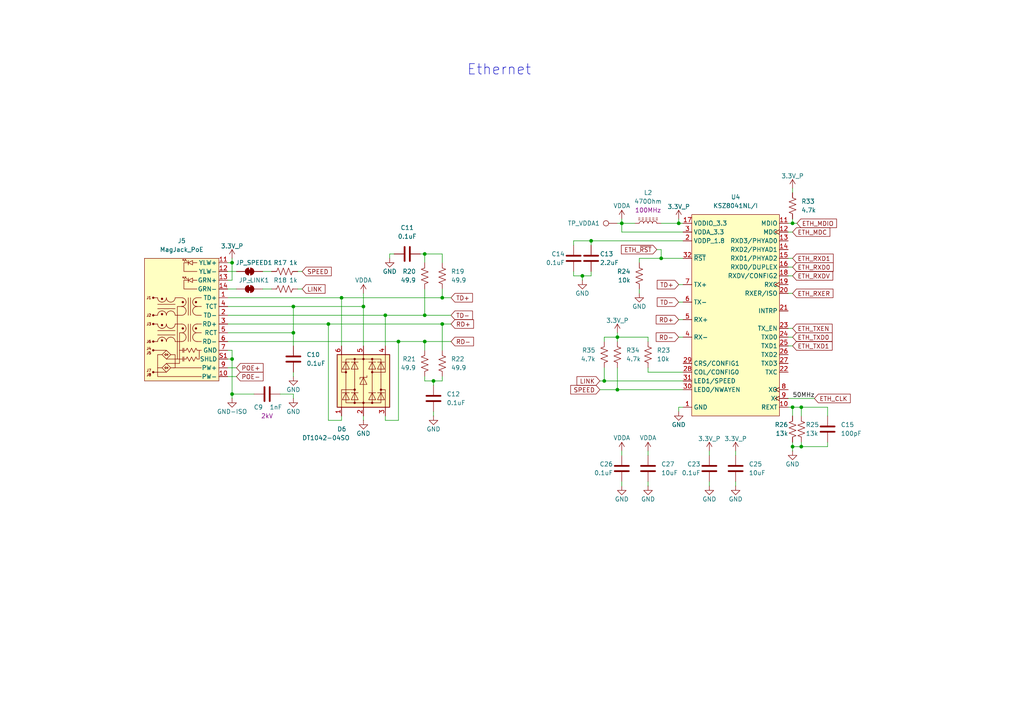
<source format=kicad_sch>
(kicad_sch (version 20231120) (generator "eeschema") (generator_version "8.0")
  (paper "A4")
  (lib_symbols
    (symbol "SparkFun-Capacitor:0.1uF_0603_25V_20%" (pin_numbers hide) (pin_names (offset 0.254))
      (property "Reference" "C" (at 0.635 2.54 0))
      (property "Value" "0.1uF" (at 0.635 -2.54 0))
      (property "Voltage" "25V" (at 0 -6.35 0))
      (property "Tolerance" "20%" (at 0 -8.89 0))
      (symbol "0.1uF_0603_25V_20%_1_1"
        (pin passive line (at 0 3.81 270) (length 2.794) (name "~") (number "1"))
        (pin passive line (at 0 -3.81 90) (length 2.794) (name "~") (number "2"))
      )
    )
    (symbol "SparkFun-Capacitor:100pF_0603_50V_10%" (pin_numbers hide) (pin_names (offset 0.254))
      (property "Reference" "C" (at 0.635 2.54 0))
      (property "Value" "100pF" (at 0.635 -2.54 0))
      (property "Voltage" "50V" (at 0 -6.35 0))
      (property "Tolerance" "10%" (at 0 -8.89 0))
      (symbol "100pF_0603_50V_10%_1_1"
        (pin passive line (at 0 3.81 270) (length 2.794) (name "~") (number "1"))
        (pin passive line (at 0 -3.81 90) (length 2.794) (name "~") (number "2"))
      )
    )
    (symbol "SparkFun-Capacitor:10uF_0603_10V_20%" (pin_numbers hide) (pin_names (offset 0.254))
      (property "Reference" "C" (at 0.635 2.54 0))
      (property "Value" "10uF" (at 0.635 -2.54 0))
      (property "Voltage" "10V" (at 0 -6.35 0))
      (property "Tolerance" "20%" (at 0 -8.89 0))
      (symbol "10uF_0603_10V_20%_1_1"
        (pin passive line (at 0 3.81 270) (length 2.794) (name "~") (number "1"))
        (pin passive line (at 0 -3.81 90) (length 2.794) (name "~") (number "2"))
      )
    )
    (symbol "SparkFun-Capacitor:1nF_1206V_2kV_10%" (pin_numbers hide) (pin_names (offset 0.254))
      (property "Reference" "C" (at 0.635 2.54 0))
      (property "Value" "1nF" (at 0.635 -2.54 0))
      (property "Voltage" "2kV" (at 0 -6.35 0))
      (property "Tolerance" "10%" (at 0 -8.89 0))
      (symbol "1nF_1206V_2kV_10%_1_1"
        (pin passive line (at 0 3.81 270) (length 2.794) (name "~") (number "1"))
        (pin passive line (at 0 -3.81 90) (length 2.794) (name "~") (number "2"))
      )
    )
    (symbol "SparkFun-Capacitor:2.2uF_0603_10V_20%" (pin_numbers hide) (pin_names (offset 0.254))
      (property "Reference" "C" (at 0.635 2.54 0))
      (property "Value" "2.2uF" (at 0.635 -2.54 0))
      (property "Voltage" "10V" (at 0 -6.35 0))
      (property "Tolerance" "20%" (at 0 -8.89 0))
      (symbol "2.2uF_0603_10V_20%_1_1"
        (pin passive line (at 0 3.81 270) (length 2.794) (name "~") (number "1"))
        (pin passive line (at 0 -3.81 90) (length 2.794) (name "~") (number "2"))
      )
    )
    (symbol "SparkFun-Coil:470Ohm_0603_1.0A" (pin_numbers hide) (pin_names (offset 1.016) hide)
      (property "Reference" "L" (at 0 2.54 0))
      (property "Value" "470Ohm" (at 0 -1.27 0))
      (property "Frequency" "100MHz" (at 0 -3.81 0))
      (symbol "470Ohm_0603_1.0A_1_1"
        (pin passive line (at -3.81 0 0) (length 1.27) (name "1") (number "1"))
        (pin passive line (at 3.81 0 180) (length 1.27) (name "2") (number "2"))
      )
    )
    (symbol "SparkFun-Connector:MagJack_PoE_RJ45"
      (property "Reference" "J" (at -11.176 20.066 0))
      (property "Value" "MagJack_PoE" (at 0 -17.78 0))
      (symbol "MagJack_PoE_RJ45_1_0"
        (pin passive line (at 12.7 7.62 180) (length 2.54) (name "TD+") (number "1"))
        (pin power_out line (at 12.7 -15.24 180) (length 2.54) (name "PW-") (number "10"))
        (pin passive line (at 12.7 15.24 180) (length 2.54) (name "YLW-") (number "12"))
        (pin passive line (at 12.7 12.7 180) (length 2.54) (name "GRN+") (number "13"))
        (pin passive line (at 12.7 10.16 180) (length 2.54) (name "GRN-") (number "14"))
        (pin passive line (at 12.7 2.54 180) (length 2.54) (name "TD-") (number "2"))
        (pin passive line (at 12.7 0 180) (length 2.54) (name "RD+") (number "3"))
        (pin passive line (at 12.7 5.08 180) (length 2.54) (name "TCT") (number "4"))
        (pin passive line (at 12.7 -2.54 180) (length 2.54) (name "RCT") (number "5"))
        (pin passive line (at 12.7 -5.08 180) (length 2.54) (name "RD-") (number "6"))
        (pin passive line (at 12.7 -7.62 180) (length 2.54) (name "GND") (number "7"))
        (pin power_out line (at 12.7 -12.7 180) (length 2.54) (name "PW+") (number "9"))
        (pin passive line (at 12.7 -10.16 180) (length 2.54) (name "SHLD") (number "S1"))
        (pin passive line (at 12.7 -10.16 180) (length 2.54) hide (name "SHLD") (number "S2"))
      )
      (symbol "MagJack_PoE_RJ45_1_1"
        (text "J1" (at -10.16 7.62 0) (effects (font (size 0.762 0.762))))
        (text "J2" (at -10.16 2.54 0) (effects (font (size 0.762 0.762))))
        (text "J3" (at -10.16 0 0) (effects (font (size 0.762 0.762))))
        (text "J4" (at -10.16 -7.112 0) (effects (font (size 0.762 0.762))))
        (text "J5" (at -10.16 -8.382 0) (effects (font (size 0.762 0.762))))
        (text "J6" (at -10.16 -5.08 0) (effects (font (size 0.762 0.762))))
        (text "J7" (at -10.16 -13.462 0) (effects (font (size 0.762 0.762))))
        (text "J8" (at -10.16 -14.732 0) (effects (font (size 0.762 0.762))))
        (pin passive line (at 12.7 17.78 180) (length 2.54) (name "YLW+") (number "11"))
      )
    )
    (symbol "SparkFun-Connector:TestPoint_PTH" (pin_numbers hide) (pin_names (offset 0.762) hide)
      (property "Reference" "TP" (at 0 5.08 0))
      (symbol "TestPoint_PTH_1_1"
        (pin passive line (at 0 0 90) (length 2.54) (name "1") (number "1"))
      )
    )
    (symbol "SparkFun-DiscreteSemi:D_TVS_ESD_USB" (pin_names hide)
      (property "Reference" "D" (at -8.636 -2.794 90))
      (property "Value" "DT1042-04SO" (at 9.398 -8.382 90))
      (symbol "D_TVS_ESD_USB_1_1"
        (pin passive line (at -6.35 -11.43 90) (length 2.54) (name "I/O1") (number "1"))
        (pin passive line (at 0 -11.43 90) (length 2.54) (name "GND") (number "2"))
        (pin passive line (at 6.35 -11.43 90) (length 2.54) (name "I/O2") (number "3"))
        (pin passive line (at 6.35 8.89 270) (length 2.54) (name "I/O3") (number "4"))
        (pin passive line (at 0 8.89 270) (length 2.54) (name "VCC") (number "5"))
        (pin passive line (at -6.35 8.89 270) (length 2.54) (name "I/O4") (number "6"))
      )
    )
    (symbol "SparkFun-IC-Comm:KSZ8041NLI"
      (property "Reference" "U" (at -12.192 29.464 0))
      (property "Value" "KSZ8041NL/I" (at 0 -31.75 0))
      (symbol "KSZ8041NLI_1_1"
        (pin power_in line (at -15.24 -27.94 0) (length 2.54) (name "GND") (number "1"))
        (pin input line (at 15.24 -27.94 180) (length 2.54) (name "REXT") (number "10"))
        (pin bidirectional line (at 15.24 25.4 180) (length 2.54) (name "MDIO") (number "11"))
        (pin input clock (at 15.24 22.86 180) (length 2.54) (name "MDC") (number "12"))
        (pin bidirectional line (at 15.24 20.32 180) (length 2.54) (name "RXD3/PHYAD0") (number "13"))
        (pin bidirectional line (at 15.24 17.78 180) (length 2.54) (name "RXD2/PHYAD1") (number "14"))
        (pin bidirectional line (at 15.24 15.24 180) (length 2.54) (name "RXD1/PHYAD2") (number "15"))
        (pin bidirectional line (at 15.24 12.7 180) (length 2.54) (name "RXD0/DUPLEX") (number "16"))
        (pin power_in line (at -15.24 25.4 0) (length 2.54) (name "VDDIO_3.3") (number "17"))
        (pin bidirectional line (at 15.24 10.16 180) (length 2.54) (name "RXDV/CONFIG2") (number "18"))
        (pin output clock (at 15.24 7.62 180) (length 2.54) (name "RXC") (number "19"))
        (pin power_in line (at -15.24 20.32 0) (length 2.54) (name "VDDP_1.8") (number "2"))
        (pin bidirectional line (at 15.24 5.08 180) (length 2.54) (name "RXER/ISO") (number "20"))
        (pin output line (at 15.24 0 180) (length 2.54) (name "INTRP") (number "21"))
        (pin output line (at 15.24 -17.78 180) (length 2.54) (name "TXC") (number "22"))
        (pin input line (at 15.24 -5.08 180) (length 2.54) (name "TX_EN") (number "23"))
        (pin input line (at 15.24 -7.62 180) (length 2.54) (name "TXD0") (number "24"))
        (pin input line (at 15.24 -10.16 180) (length 2.54) (name "TXD1") (number "25"))
        (pin input line (at 15.24 -12.7 180) (length 2.54) (name "TXD2") (number "26"))
        (pin input line (at 15.24 -15.24 180) (length 2.54) (name "TXD3") (number "27"))
        (pin bidirectional line (at -15.24 -17.78 0) (length 2.54) (name "COL/CONFIG0") (number "28"))
        (pin bidirectional line (at -15.24 -15.24 0) (length 2.54) (name "CRS/CONFIG1") (number "29"))
        (pin power_in line (at -15.24 22.86 0) (length 2.54) (name "VDDA_3.3") (number "3"))
        (pin bidirectional line (at -15.24 -22.86 0) (length 2.54) (name "LED0/NWAYEN") (number "30"))
        (pin bidirectional line (at -15.24 -20.32 0) (length 2.54) (name "LED1/SPEED") (number "31"))
        (pin input line (at -15.24 15.24 0) (length 2.54) (name "~{RST}") (number "32"))
        (pin bidirectional line (at -15.24 -7.62 0) (length 2.54) (name "RX-") (number "4"))
        (pin bidirectional line (at -15.24 -2.54 0) (length 2.54) (name "RX+") (number "5"))
        (pin bidirectional line (at -15.24 2.54 0) (length 2.54) (name "TX-") (number "6"))
        (pin bidirectional line (at -15.24 7.62 0) (length 2.54) (name "TX+") (number "7"))
        (pin output clock (at 15.24 -22.86 180) (length 2.54) (name "XO") (number "8"))
        (pin input clock (at 15.24 -25.4 180) (length 2.54) (name "XI") (number "9"))
        (pin power_in line (at -15.24 -27.94 0) (length 2.54) hide (name "GND") (number "EP"))
      )
    )
    (symbol "SparkFun-Jumper:SolderJumper_2_Bridged" (pin_numbers hide) (pin_names (offset 0) hide)
      (property "Reference" "JP" (at 0 2.032 0))
      (property "Value" "~" (at 0 -2.54 0))
      (symbol "SolderJumper_2_Bridged_1_1"
        (pin passive line (at -3.81 0 0) (length 2.54) (name "A") (number "1"))
        (pin passive line (at 3.81 0 180) (length 2.54) (name "B") (number "2"))
      )
    )
    (symbol "SparkFun-PowerSymbol:3.3V_P" (power) (pin_names (offset 0))
      (property "Value" "3.3V_P" (at 0 3.81 0))
      (symbol "3.3V_P_1_1"
        (pin power_in line (at 0 0 90) (length 0) hide (name "3.3V_P") (number "1"))
      )
    )
    (symbol "SparkFun-PowerSymbol:VDDA" (power) (pin_names (offset 0))
      (property "Value" "VDDA" (at 0 3.81 0))
      (symbol "VDDA_1_1"
        (pin power_in line (at 0 0 90) (length 0) hide (name "VDDA") (number "1"))
      )
    )
    (symbol "SparkFun-Resistor:10k_0603" (pin_numbers hide) (pin_names (offset 0))
      (property "Reference" "R" (at 0 -2.54 0))
      (property "Value" "10k" (at 0 2.54 0))
      (symbol "10k_0603_1_1"
        (pin passive line (at 3.81 0 180) (length 1.27) (name "~") (number "1"))
        (pin passive line (at -3.81 0 0) (length 1.27) (name "~") (number "2"))
      )
    )
    (symbol "SparkFun-Resistor:13k_0603" (pin_numbers hide) (pin_names (offset 0))
      (property "Reference" "R" (at 0 -2.54 0))
      (property "Value" "13k" (at 0 2.54 0))
      (symbol "13k_0603_1_1"
        (pin passive line (at 3.81 0 180) (length 1.27) (name "~") (number "1"))
        (pin passive line (at -3.81 0 0) (length 1.27) (name "~") (number "2"))
      )
    )
    (symbol "SparkFun-Resistor:1k_0603" (pin_numbers hide) (pin_names (offset 0))
      (property "Reference" "R" (at 0 -2.54 0))
      (property "Value" "1k" (at 0 2.54 0))
      (symbol "1k_0603_1_1"
        (pin passive line (at 3.81 0 180) (length 1.27) (name "~") (number "1"))
        (pin passive line (at -3.81 0 0) (length 1.27) (name "~") (number "2"))
      )
    )
    (symbol "SparkFun-Resistor:4.7k_0603" (pin_numbers hide) (pin_names (offset 0))
      (property "Reference" "R" (at 0 -2.54 0))
      (property "Value" "4.7k" (at 0 2.54 0))
      (symbol "4.7k_0603_1_1"
        (pin passive line (at 3.81 0 180) (length 1.27) (name "~") (number "1"))
        (pin passive line (at -3.81 0 0) (length 1.27) (name "~") (number "2"))
      )
    )
    (symbol "SparkFun-Resistor:49.9_0603" (pin_numbers hide) (pin_names (offset 0))
      (property "Reference" "R" (at 0 -2.54 0))
      (property "Value" "49.9" (at 0 2.54 0))
      (symbol "49.9_0603_1_1"
        (pin passive line (at 3.81 0 180) (length 1.27) (name "~") (number "1"))
        (pin passive line (at -3.81 0 0) (length 1.27) (name "~") (number "2"))
      )
    )
    (symbol "power:GND" (power) (pin_numbers hide) (pin_names (offset 0) hide)
      (property "Value" "GND" (at 0 -3.81 0))
      (symbol "GND_1_1"
        (pin power_in line (at 0 0 270) (length 0) (name "~") (number "1"))
      )
    )
  )
  (junction (at 95.25 93.98))
  (junction (at 229.87 64.77))
  (junction (at 123.19 73.66))
  (junction (at 229.87 129.54))
  (junction (at 196.85 64.77))
  (junction (at 175.26 110.49))
  (junction (at 232.41 129.54))
  (junction (at 180.34 64.77))
  (junction (at 128.27 93.98))
  (junction (at 115.57 99.06))
  (junction (at 67.31 104.14))
  (junction (at 67.31 114.3))
  (junction (at 128.27 86.36))
  (junction (at 179.07 97.79))
  (junction (at 123.19 99.06))
  (junction (at 111.76 91.44))
  (junction (at 99.06 86.36))
  (junction (at 85.09 88.9))
  (junction (at 85.09 96.52))
  (junction (at 229.87 118.11))
  (junction (at 105.41 88.9))
  (junction (at 123.19 91.44))
  (junction (at 191.77 74.93))
  (junction (at 67.31 76.2))
  (junction (at 232.41 118.11))
  (junction (at 168.91 80.01))
  (junction (at 171.45 69.85))
  (junction (at 125.73 110.49))
  (junction (at 179.07 113.03))
  (wire (pts (xy 115.57 99.06) (xy 66.04 99.06)))
  (wire (pts (xy 228.6 64.77) (xy 229.87 64.77)))
  (wire (pts (xy 191.77 64.77) (xy 196.85 64.77)))
  (wire (pts (xy 171.45 69.85) (xy 166.37 69.85)))
  (wire (pts (xy 85.09 107.95) (xy 85.09 109.22)))
  (wire (pts (xy 196.85 64.77) (xy 198.12 64.77)))
  (wire (pts (xy 66.04 101.6) (xy 67.31 101.6)))
  (wire (pts (xy 168.91 80.01) (xy 171.45 80.01)))
  (wire (pts (xy 66.04 109.22) (xy 68.58 109.22)))
  (wire (pts (xy 229.87 63.5) (xy 229.87 64.77)))
  (wire (pts (xy 95.25 93.98) (xy 66.04 93.98)))
  (wire (pts (xy 175.26 106.68) (xy 175.26 110.49)))
  (wire (pts (xy 99.06 86.36) (xy 99.06 100.33)))
  (wire (pts (xy 95.25 93.98) (xy 128.27 93.98)))
  (wire (pts (xy 123.19 83.82) (xy 123.19 91.44)))
  (wire (pts (xy 67.31 101.6) (xy 67.31 104.14)))
  (wire (pts (xy 123.19 73.66) (xy 123.19 76.2)))
  (wire (pts (xy 66.04 106.68) (xy 68.58 106.68)))
  (wire (pts (xy 228.6 67.31) (xy 229.87 67.31)))
  (wire (pts (xy 125.73 110.49) (xy 125.73 111.76)))
  (wire (pts (xy 66.04 96.52) (xy 85.09 96.52)))
  (wire (pts (xy 180.34 64.77) (xy 180.34 67.31)))
  (wire (pts (xy 179.07 64.77) (xy 180.34 64.77)))
  (wire (pts (xy 95.25 121.92) (xy 95.25 93.98)))
  (wire (pts (xy 196.85 92.71) (xy 198.12 92.71)))
  (wire (pts (xy 111.76 91.44) (xy 66.04 91.44)))
  (wire (pts (xy 99.06 86.36) (xy 128.27 86.36)))
  (wire (pts (xy 123.19 99.06) (xy 130.81 99.06)))
  (wire (pts (xy 228.6 74.93) (xy 229.87 74.93)))
  (wire (pts (xy 229.87 54.61) (xy 229.87 55.88)))
  (wire (pts (xy 187.96 139.7) (xy 187.96 140.97)))
  (wire (pts (xy 187.96 99.06) (xy 187.96 97.79)))
  (wire (pts (xy 229.87 118.11) (xy 229.87 120.65)))
  (wire (pts (xy 240.03 129.54) (xy 232.41 129.54)))
  (wire (pts (xy 173.99 110.49) (xy 175.26 110.49)))
  (wire (pts (xy 228.6 97.79) (xy 229.87 97.79)))
  (wire (pts (xy 191.77 74.93) (xy 198.12 74.93)))
  (wire (pts (xy 187.96 107.95) (xy 187.96 106.68)))
  (wire (pts (xy 179.07 106.68) (xy 179.07 113.03)))
  (wire (pts (xy 228.6 115.57) (xy 236.22 115.57)))
  (wire (pts (xy 180.34 139.7) (xy 180.34 140.97)))
  (wire (pts (xy 66.04 78.74) (xy 68.58 78.74)))
  (wire (pts (xy 128.27 93.98) (xy 128.27 101.6)))
  (wire (pts (xy 171.45 69.85) (xy 171.45 71.12)))
  (wire (pts (xy 66.04 86.36) (xy 99.06 86.36)))
  (wire (pts (xy 179.07 96.52) (xy 179.07 97.79)))
  (wire (pts (xy 85.09 88.9) (xy 85.09 96.52)))
  (wire (pts (xy 67.31 104.14) (xy 67.31 114.3)))
  (wire (pts (xy 85.09 114.3) (xy 85.09 115.57)))
  (wire (pts (xy 175.26 110.49) (xy 198.12 110.49)))
  (wire (pts (xy 128.27 93.98) (xy 130.81 93.98)))
  (wire (pts (xy 213.36 130.81) (xy 213.36 132.08)))
  (wire (pts (xy 113.03 73.66) (xy 113.03 74.93)))
  (wire (pts (xy 180.34 63.5) (xy 180.34 64.77)))
  (wire (pts (xy 229.87 118.11) (xy 232.41 118.11)))
  (wire (pts (xy 115.57 121.92) (xy 115.57 99.06)))
  (wire (pts (xy 105.41 120.65) (xy 105.41 121.92)))
  (wire (pts (xy 185.42 83.82) (xy 185.42 85.09)))
  (wire (pts (xy 85.09 88.9) (xy 105.41 88.9)))
  (wire (pts (xy 99.06 120.65) (xy 99.06 121.92)))
  (wire (pts (xy 166.37 69.85) (xy 166.37 71.12)))
  (wire (pts (xy 229.87 129.54) (xy 229.87 130.81)))
  (wire (pts (xy 128.27 86.36) (xy 130.81 86.36)))
  (wire (pts (xy 111.76 91.44) (xy 123.19 91.44)))
  (wire (pts (xy 205.74 139.7) (xy 205.74 140.97)))
  (wire (pts (xy 86.36 83.82) (xy 87.63 83.82)))
  (wire (pts (xy 196.85 87.63) (xy 198.12 87.63)))
  (wire (pts (xy 228.6 100.33) (xy 229.87 100.33)))
  (wire (pts (xy 123.19 91.44) (xy 130.81 91.44)))
  (wire (pts (xy 123.19 109.22) (xy 123.19 110.49)))
  (wire (pts (xy 198.12 118.11) (xy 196.85 118.11)))
  (wire (pts (xy 66.04 81.28) (xy 67.31 81.28)))
  (wire (pts (xy 85.09 88.9) (xy 66.04 88.9)))
  (wire (pts (xy 67.31 74.93) (xy 67.31 76.2)))
  (wire (pts (xy 190.5 72.39) (xy 191.77 72.39)))
  (wire (pts (xy 213.36 139.7) (xy 213.36 140.97)))
  (wire (pts (xy 114.3 73.66) (xy 113.03 73.66)))
  (wire (pts (xy 179.07 113.03) (xy 198.12 113.03)))
  (wire (pts (xy 111.76 100.33) (xy 111.76 91.44)))
  (wire (pts (xy 111.76 121.92) (xy 115.57 121.92)))
  (wire (pts (xy 128.27 110.49) (xy 125.73 110.49)))
  (wire (pts (xy 228.6 85.09) (xy 229.87 85.09)))
  (wire (pts (xy 121.92 73.66) (xy 123.19 73.66)))
  (wire (pts (xy 240.03 128.27) (xy 240.03 129.54)))
  (wire (pts (xy 76.2 83.82) (xy 78.74 83.82)))
  (wire (pts (xy 67.31 114.3) (xy 67.31 115.57)))
  (wire (pts (xy 67.31 114.3) (xy 73.66 114.3)))
  (wire (pts (xy 198.12 107.95) (xy 187.96 107.95)))
  (wire (pts (xy 185.42 74.93) (xy 185.42 76.2)))
  (wire (pts (xy 66.04 83.82) (xy 68.58 83.82)))
  (wire (pts (xy 198.12 69.85) (xy 171.45 69.85)))
  (wire (pts (xy 228.6 118.11) (xy 229.87 118.11)))
  (wire (pts (xy 166.37 80.01) (xy 168.91 80.01)))
  (wire (pts (xy 240.03 118.11) (xy 240.03 120.65)))
  (wire (pts (xy 232.41 118.11) (xy 240.03 118.11)))
  (wire (pts (xy 196.85 63.5) (xy 196.85 64.77)))
  (wire (pts (xy 175.26 99.06) (xy 175.26 97.79)))
  (wire (pts (xy 123.19 110.49) (xy 125.73 110.49)))
  (wire (pts (xy 115.57 99.06) (xy 123.19 99.06)))
  (wire (pts (xy 76.2 78.74) (xy 78.74 78.74)))
  (wire (pts (xy 168.91 80.01) (xy 168.91 81.28)))
  (wire (pts (xy 229.87 128.27) (xy 229.87 129.54)))
  (wire (pts (xy 66.04 104.14) (xy 67.31 104.14)))
  (wire (pts (xy 125.73 119.38) (xy 125.73 120.65)))
  (wire (pts (xy 185.42 74.93) (xy 191.77 74.93)))
  (wire (pts (xy 205.74 130.81) (xy 205.74 132.08)))
  (wire (pts (xy 86.36 78.74) (xy 87.63 78.74)))
  (wire (pts (xy 99.06 121.92) (xy 95.25 121.92)))
  (wire (pts (xy 81.28 114.3) (xy 85.09 114.3)))
  (wire (pts (xy 171.45 80.01) (xy 171.45 78.74)))
  (wire (pts (xy 228.6 80.01) (xy 229.87 80.01)))
  (wire (pts (xy 180.34 130.81) (xy 180.34 132.08)))
  (wire (pts (xy 228.6 77.47) (xy 229.87 77.47)))
  (wire (pts (xy 128.27 73.66) (xy 128.27 76.2)))
  (wire (pts (xy 180.34 64.77) (xy 184.15 64.77)))
  (wire (pts (xy 123.19 73.66) (xy 128.27 73.66)))
  (wire (pts (xy 111.76 120.65) (xy 111.76 121.92)))
  (wire (pts (xy 232.41 118.11) (xy 232.41 120.65)))
  (wire (pts (xy 123.19 99.06) (xy 123.19 101.6)))
  (wire (pts (xy 105.41 88.9) (xy 105.41 100.33)))
  (wire (pts (xy 179.07 97.79) (xy 179.07 99.06)))
  (wire (pts (xy 232.41 128.27) (xy 232.41 129.54)))
  (wire (pts (xy 228.6 95.25) (xy 229.87 95.25)))
  (wire (pts (xy 187.96 130.81) (xy 187.96 132.08)))
  (wire (pts (xy 175.26 97.79) (xy 179.07 97.79)))
  (wire (pts (xy 232.41 129.54) (xy 229.87 129.54)))
  (wire (pts (xy 67.31 76.2) (xy 67.31 81.28)))
  (wire (pts (xy 128.27 109.22) (xy 128.27 110.49)))
  (wire (pts (xy 196.85 82.55) (xy 198.12 82.55)))
  (wire (pts (xy 105.41 85.09) (xy 105.41 88.9)))
  (wire (pts (xy 173.99 113.03) (xy 179.07 113.03)))
  (wire (pts (xy 85.09 96.52) (xy 85.09 100.33)))
  (wire (pts (xy 229.87 64.77) (xy 231.14 64.77)))
  (wire (pts (xy 128.27 83.82) (xy 128.27 86.36)))
  (wire (pts (xy 179.07 97.79) (xy 187.96 97.79)))
  (wire (pts (xy 166.37 78.74) (xy 166.37 80.01)))
  (wire (pts (xy 66.04 76.2) (xy 67.31 76.2)))
  (wire (pts (xy 196.85 118.11) (xy 196.85 119.38)))
  (wire (pts (xy 196.85 97.79) (xy 198.12 97.79)))
  (wire (pts (xy 191.77 72.39) (xy 191.77 74.93)))
  (wire (pts (xy 198.12 67.31) (xy 180.34 67.31)))
  (text "Ethernet" (at 144.78 20.32 0) (effects (font (size 3 3))))
  (label "50MHz" (at 229.87 115.57 0))
  (global_label "TD+" (shape input) (at 130.81 86.36 0) (property "Intersheetrefs" "${INTERSHEET_REFS}" (effects (hide yes))))
  (global_label "ETH_RXDV" (shape input) (at 229.87 80.01 0) (property "Intersheetrefs" "${INTERSHEET_REFS}" (effects (hide yes))))
  (global_label "SPEED" (shape input) (at 173.99 113.03 180) (property "Intersheetrefs" "${INTERSHEET_REFS}" (effects (hide yes))))
  (global_label "ETH_TXD1" (shape input) (at 229.87 100.33 0) (property "Intersheetrefs" "${INTERSHEET_REFS}" (effects (hide yes))))
  (global_label "RD+" (shape input) (at 130.81 93.98 0) (property "Intersheetrefs" "${INTERSHEET_REFS}" (effects (hide yes))))
  (global_label "POE+" (shape input) (at 68.58 106.68 0) (property "Intersheetrefs" "${INTERSHEET_REFS}" (effects (hide yes))))
  (global_label "ETH_RXD1" (shape input) (at 229.87 74.93 0) (property "Intersheetrefs" "${INTERSHEET_REFS}" (effects (hide yes))))
  (global_label "ETH_RXD0" (shape input) (at 229.87 77.47 0) (property "Intersheetrefs" "${INTERSHEET_REFS}" (effects (hide yes))))
  (global_label "RD-" (shape input) (at 130.81 99.06 0) (property "Intersheetrefs" "${INTERSHEET_REFS}" (effects (hide yes))))
  (global_label "ETH_CLK" (shape input) (at 236.22 115.57 0) (property "Intersheetrefs" "${INTERSHEET_REFS}" (effects (hide yes))))
  (global_label "ETH_TXD0" (shape input) (at 229.87 97.79 0) (property "Intersheetrefs" "${INTERSHEET_REFS}" (effects (hide yes))))
  (global_label "TD-" (shape input) (at 196.85 87.63 180) (property "Intersheetrefs" "${INTERSHEET_REFS}" (effects (hide yes))))
  (global_label "LINK" (shape input) (at 87.63 83.82 0) (property "Intersheetrefs" "${INTERSHEET_REFS}" (effects (hide yes))))
  (global_label "ETH_TXEN" (shape input) (at 229.87 95.25 0) (property "Intersheetrefs" "${INTERSHEET_REFS}" (effects (hide yes))))
  (global_label "RD+" (shape input) (at 196.85 92.71 180) (property "Intersheetrefs" "${INTERSHEET_REFS}" (effects (hide yes))))
  (global_label "LINK" (shape input) (at 173.99 110.49 180) (property "Intersheetrefs" "${INTERSHEET_REFS}" (effects (hide yes))))
  (global_label "ETH_MDIO" (shape input) (at 231.14 64.77 0) (property "Intersheetrefs" "${INTERSHEET_REFS}" (effects (hide yes))))
  (global_label "TD-" (shape input) (at 130.81 91.44 0) (property "Intersheetrefs" "${INTERSHEET_REFS}" (effects (hide yes))))
  (global_label "POE-" (shape input) (at 68.58 109.22 0) (property "Intersheetrefs" "${INTERSHEET_REFS}" (effects (hide yes))))
  (global_label "TD+" (shape input) (at 196.85 82.55 180) (property "Intersheetrefs" "${INTERSHEET_REFS}" (effects (hide yes))))
  (global_label "ETH_~{RST}" (shape input) (at 190.5 72.39 180) (property "Intersheetrefs" "${INTERSHEET_REFS}" (effects (hide yes))))
  (global_label "SPEED" (shape input) (at 87.63 78.74 0) (property "Intersheetrefs" "${INTERSHEET_REFS}" (effects (hide yes))))
  (global_label "ETH_RXER" (shape input) (at 229.87 85.09 0) (property "Intersheetrefs" "${INTERSHEET_REFS}" (effects (hide yes))))
  (global_label "RD-" (shape input) (at 196.85 97.79 180) (property "Intersheetrefs" "${INTERSHEET_REFS}" (effects (hide yes))))
  (global_label "ETH_MDC" (shape input) (at 229.87 67.31 0) (property "Intersheetrefs" "${INTERSHEET_REFS}" (effects (hide yes))))
  (symbol (lib_id "SparkFun-Resistor:49.9_0603") (at 123.19 105.41 270) (mirror x) (unit 1)
    (property "Reference" "R21" (at 120.65 104.1399 90) (effects (justify right)))
    (property "Value" "49.9" (at 120.65 106.6799 90) (effects (justify right)))
    (property "Footprint" "SparkFun-Resistor:R_0603_1608Metric" (effects (hide yes)))
    (property "Datasheet" "https://www.vishay.com/docs/20035/dcrcwe3.pdf" (effects (hide yes)))
    (property "Description" "Resistor" (effects (hide yes)))
    (property "PROD_ID" "RES-16237" (effects (hide yes)))
    (property "Wattage" "0.5W" (effects (hide yes)))
    (property "Tolerance" "1%" (effects (hide yes)))
  )
  (symbol (lib_id "SparkFun-Resistor:13k_0603") (at 232.41 124.46 90) (unit 1)
    (property "Reference" "R25" (at 233.68 123.19 90) (effects (justify right)))
    (property "Value" "13k" (at 233.68 125.73 90) (effects (justify right)))
    (property "Footprint" "SparkFun-Resistor:R_0603_1608Metric" (effects (hide yes)))
    (property "Datasheet" "https://www.vishay.com/docs/20035/dcrcwe3.pdf" (effects (hide yes)))
    (property "Description" "Resistor" (effects (hide yes)))
    (property "PROD_ID" "RES-14017" (effects (hide yes)))
  )
  (symbol (lib_id "SparkFun-Capacitor:0.1uF_0603_25V_20%") (at 180.34 135.89 0) (unit 1)
    (property "Reference" "C26" (at 177.8 134.62 0) (effects (justify right)))
    (property "Value" "0.1uF" (at 177.8 137.16 0) (effects (justify right)))
    (property "Footprint" "SparkFun-Capacitor:C_0603_1608Metric" (effects (hide yes)))
    (property "Datasheet" "https://cdn.sparkfun.com/assets/8/a/4/a/5/Kemet_Capacitor_Datasheet.pdf" (effects (hide yes)))
    (property "Description" "Unpolarized capacitor" (effects (hide yes)))
    (property "PROD_ID" "CAP-00810" (effects (hide yes)))
    (property "Voltage" "25V" (effects (hide yes)))
    (property "Tolerance" "20%" (effects (hide yes)))
  )
  (symbol (lib_id "SparkFun-Resistor:13k_0603") (at 229.87 124.46 270) (mirror x) (unit 1)
    (property "Reference" "R26" (at 228.6 123.19 90) (effects (justify right)))
    (property "Value" "13k" (at 228.6 125.73 90) (effects (justify right)))
    (property "Footprint" "SparkFun-Resistor:R_0603_1608Metric" (effects (hide yes)))
    (property "Datasheet" "https://www.vishay.com/docs/20035/dcrcwe3.pdf" (effects (hide yes)))
    (property "Description" "Resistor" (effects (hide yes)))
    (property "PROD_ID" "RES-14017" (effects (hide yes)))
  )
  (symbol (lib_id "SparkFun-PowerSymbol:VDDA") (at 187.96 130.81 0) (unit 1)
    (property "Reference" "#PWR086" (effects (hide yes)))
    (property "Value" "VDDA" (at 187.96 127 0))
    (property "Description" "Power symbol creates a global label with name \"VDDA\"" (effects (hide yes)))
  )
  (symbol (lib_id "SparkFun-PowerSymbol:3.3V_P") (at 213.36 130.81 0) (unit 1)
    (property "Reference" "#PWR076" (effects (hide yes)))
    (property "Value" "3.3V_P" (at 213.36 127.254 0))
    (property "Description" "Power symbol creates a global label with name \"3.3V_P\"" (effects (hide yes)))
  )
  (symbol (lib_id "power:GND") (at 185.42 85.09 0) (unit 1)
    (property "Reference" "#PWR057" (effects (hide yes)))
    (property "Value" "GND" (at 185.42 88.9 0))
    (property "Description" "Power symbol creates a global label with name \"GND\" , ground" (effects (hide yes)))
  )
  (symbol (lib_id "SparkFun-Capacitor:0.1uF_0603_25V_20%") (at 85.09 104.14 0) (unit 1)
    (property "Reference" "C10" (at 88.9 102.8699 0) (effects (justify left)))
    (property "Value" "0.1uF" (at 88.9 105.4099 0) (effects (justify left)))
    (property "Footprint" "SparkFun-Capacitor:C_0603_1608Metric" (effects (hide yes)))
    (property "Datasheet" "https://cdn.sparkfun.com/assets/8/a/4/a/5/Kemet_Capacitor_Datasheet.pdf" (effects (hide yes)))
    (property "Description" "Unpolarized capacitor" (effects (hide yes)))
    (property "PROD_ID" "CAP-00810" (effects (hide yes)))
    (property "Voltage" "25V" (effects (hide yes)))
    (property "Tolerance" "20%" (effects (hide yes)))
  )
  (symbol (lib_id "SparkFun-Connector:TestPoint_PTH") (at 179.07 64.77 90) (unit 1)
    (property "Reference" "TP_VDDA1" (at 173.99 64.7699 90) (effects (justify left)))
    (property "Value" "PTH" (effects (hide yes)))
    (property "Footprint" "SparkFun-Connector:1x01" (effects (hide yes)))
    (property "Description" "Test Point" (effects (hide yes)))
  )
  (symbol (lib_id "SparkFun-PowerSymbol:VDDA") (at 180.34 63.5 0) (unit 1)
    (property "Reference" "#PWR056" (effects (hide yes)))
    (property "Value" "VDDA" (at 180.34 59.69 0))
    (property "Description" "Power symbol creates a global label with name \"VDDA\"" (effects (hide yes)))
  )
  (symbol (lib_id "SparkFun-Capacitor:10uF_0603_10V_20%") (at 213.36 135.89 0) (unit 1)
    (property "Reference" "C25" (at 217.17 134.6199 0) (effects (justify left)))
    (property "Value" "10uF" (at 217.17 137.1599 0) (effects (justify left)))
    (property "Footprint" "SparkFun-Capacitor:C_0603_1608Metric" (effects (hide yes)))
    (property "Datasheet" "https://cdn.sparkfun.com/assets/8/a/4/a/5/Kemet_Capacitor_Datasheet.pdf" (effects (hide yes)))
    (property "Description" "Unpolarized capacitor" (effects (hide yes)))
    (property "PROD_ID" "CAP-20155" (effects (hide yes)))
    (property "Voltage" "10V" (effects (hide yes)))
    (property "Tolerance" "20%" (effects (hide yes)))
  )
  (symbol (lib_id "SparkFun-Resistor:1k_0603") (at 82.55 83.82 0) (unit 1)
    (property "Reference" "R18" (at 81.28 81.28 0))
    (property "Value" "1k" (at 85.09 81.28 0))
    (property "Footprint" "SparkFun-Resistor:R_0603_1608Metric" (effects (hide yes)))
    (property "Datasheet" "https://www.vishay.com/docs/20035/dcrcwe3.pdf" (effects (hide yes)))
    (property "Description" "Resistor" (effects (hide yes)))
    (property "PROD_ID" "RES-07856" (effects (hide yes)))
  )
  (symbol (lib_id "power:GND") (at 105.41 121.92 0) (unit 1)
    (property "Reference" "#PWR052" (effects (hide yes)))
    (property "Value" "GND" (at 105.41 125.73 0))
    (property "Description" "Power symbol creates a global label with name \"GND\" , ground" (effects (hide yes)))
  )
  (symbol (lib_id "SparkFun-Coil:470Ohm_0603_1.0A") (at 187.96 64.77 0) (unit 1)
    (property "Reference" "L2" (at 187.96 55.88 0))
    (property "Value" "470Ohm" (at 187.96 58.42 0))
    (property "Footprint" "SparkFun-Capacitor:C_0603_1608Metric" (effects (hide yes)))
    (property "Datasheet" "http://www.murata.com/en-global/api/pdfdownloadapi?cate=luNoiseSupprFilteChipFerriBead&partno=BLM18PG471SN1%23" (effects (hide yes)))
    (property "Description" "Inductor" (effects (hide yes)))
    (property "PROD_ID" "NDUC-12579" (effects (hide yes)))
    (property "Frequency" "100MHz" (at 187.96 60.96 0))
  )
  (symbol (lib_id "SparkFun-PowerSymbol:3.3V_P") (at 179.07 96.52 0) (unit 1)
    (property "Reference" "#PWR058" (effects (hide yes)))
    (property "Value" "3.3V_P" (at 179.07 92.964 0))
    (property "Description" "Power symbol creates a global label with name \"3.3V_P\"" (effects (hide yes)))
  )
  (symbol (lib_id "SparkFun-PowerSymbol:VDDA") (at 105.41 85.09 0) (unit 1)
    (property "Reference" "#PWR051" (effects (hide yes)))
    (property "Value" "VDDA" (at 105.41 81.28 0))
    (property "Description" "Power symbol creates a global label with name \"VDDA\"" (effects (hide yes)))
  )
  (symbol (lib_id "SparkFun-DiscreteSemi:D_TVS_ESD_USB") (at 105.41 109.22 0) (unit 1)
    (property "Reference" "D6" (at 97.79 124.46 0) (effects (justify left)))
    (property "Value" "DT1042-04SO" (at 87.63 127 0) (effects (justify left)))
    (property "Footprint" "SparkFun-Semiconductor-Standard:SOT23-6" (effects (hide yes)))
    (property "Datasheet" "https://www.diodes.com/assets/Datasheets/DT1042-04SO.pdf" (effects (hide yes)))
    (property "Description" "Very low capacitance ESD protection diode, 4 data-line, SOT-23-6" (effects (hide yes)))
    (property "PROD_ID" "IC-13538" (effects (hide yes)))
  )
  (symbol (lib_id "SparkFun-Capacitor:0.1uF_0603_25V_20%") (at 125.73 115.57 0) (unit 1)
    (property "Reference" "C12" (at 129.54 114.2999 0) (effects (justify left)))
    (property "Value" "0.1uF" (at 129.54 116.8399 0) (effects (justify left)))
    (property "Footprint" "SparkFun-Capacitor:C_0603_1608Metric" (effects (hide yes)))
    (property "Datasheet" "https://cdn.sparkfun.com/assets/8/a/4/a/5/Kemet_Capacitor_Datasheet.pdf" (effects (hide yes)))
    (property "Description" "Unpolarized capacitor" (effects (hide yes)))
    (property "PROD_ID" "CAP-00810" (effects (hide yes)))
    (property "Voltage" "25V" (effects (hide yes)))
    (property "Tolerance" "20%" (effects (hide yes)))
  )
  (symbol (lib_id "SparkFun-Resistor:4.7k_0603") (at 175.26 102.87 270) (mirror x) (unit 1)
    (property "Reference" "R35" (at 172.72 101.5999 90) (effects (justify right)))
    (property "Value" "4.7k" (at 172.72 104.1399 90) (effects (justify right)))
    (property "Footprint" "SparkFun-Resistor:R_0603_1608Metric" (effects (hide yes)))
    (property "Datasheet" "https://www.vishay.com/docs/20035/dcrcwe3.pdf" (effects (hide yes)))
    (property "Description" "Resistor" (effects (hide yes)))
    (property "PROD_ID" "RES-07857" (effects (hide yes)))
  )
  (symbol (lib_id "SparkFun-IC-Comm:KSZ8041NLI") (at 213.36 90.17 0) (unit 1)
    (property "Reference" "U4" (at 213.36 57.15 0))
    (property "Value" "KSZ8041NL/I" (at 213.36 59.69 0))
    (property "Footprint" "SparkFun-Semiconductor-Standard:QFN-32" (effects (hide yes)))
    (property "Datasheet" "https://ww1.microchip.com/downloads/aemDocuments/documents/UNG/ProductDocuments/DataSheets/KSZ8041NL-RNL-Data-Sheet-DS00002245.pdf" (effects (hide yes)))
    (property "Description" "The KSZ8041NL is a single supply 10BASE-T/100BASE-TX physical layer transceiver, which provides MII/RMII interfaces to transmit and receive data." (effects (hide yes)))
    (property "PROD_ID" "IC-19428" (effects (hide yes)))
  )
  (symbol (lib_id "power:GND") (at 196.85 119.38 0) (unit 1)
    (property "Reference" "#PWR047" (effects (hide yes)))
    (property "Value" "GND" (at 196.85 123.19 0))
    (property "Description" "Power symbol creates a global label with name \"GND\" , ground" (effects (hide yes)))
  )
  (symbol (lib_id "SparkFun-Resistor:49.9_0603") (at 128.27 105.41 90) (unit 1)
    (property "Reference" "R22" (at 130.81 104.1399 90) (effects (justify right)))
    (property "Value" "49.9" (at 130.81 106.6799 90) (effects (justify right)))
    (property "Footprint" "SparkFun-Resistor:R_0603_1608Metric" (effects (hide yes)))
    (property "Datasheet" "https://www.vishay.com/docs/20035/dcrcwe3.pdf" (effects (hide yes)))
    (property "Description" "Resistor" (effects (hide yes)))
    (property "PROD_ID" "RES-16237" (effects (hide yes)))
    (property "Wattage" "0.5W" (effects (hide yes)))
    (property "Tolerance" "1%" (effects (hide yes)))
  )
  (symbol (lib_id "SparkFun-Resistor:4.7k_0603") (at 179.07 102.87 90) (unit 1)
    (property "Reference" "R34" (at 181.61 101.5999 90) (effects (justify right)))
    (property "Value" "4.7k" (at 181.61 104.1399 90) (effects (justify right)))
    (property "Footprint" "SparkFun-Resistor:R_0603_1608Metric" (effects (hide yes)))
    (property "Datasheet" "https://www.vishay.com/docs/20035/dcrcwe3.pdf" (effects (hide yes)))
    (property "Description" "Resistor" (effects (hide yes)))
    (property "PROD_ID" "RES-07857" (effects (hide yes)))
  )
  (symbol (lib_id "power:GND") (at 113.03 74.93 0) (unit 1)
    (property "Reference" "#PWR054" (effects (hide yes)))
    (property "Value" "GND" (at 113.03 78.74 0))
    (property "Description" "Power symbol creates a global label with name \"GND\" , ground" (effects (hide yes)))
  )
  (symbol (lib_id "SparkFun-Capacitor:2.2uF_0603_10V_20%") (at 171.45 74.93 0) (unit 1)
    (property "Reference" "C13" (at 173.99 73.66 0) (effects (justify left)))
    (property "Value" "2.2uF" (at 173.99 76.2 0) (effects (justify left)))
    (property "Footprint" "SparkFun-Capacitor:C_0603_1608Metric" (effects (hide yes)))
    (property "Datasheet" "https://cdn.sparkfun.com/assets/8/a/4/a/5/Kemet_Capacitor_Datasheet.pdf" (effects (hide yes)))
    (property "Description" "Unpolarized capacitor" (effects (hide yes)))
    (property "PROD_ID" "CAP-07888" (effects (hide yes)))
    (property "Voltage" "10V" (effects (hide yes)))
    (property "Tolerance" "20%" (effects (hide yes)))
  )
  (symbol (lib_id "SparkFun-Capacitor:0.1uF_0603_25V_20%") (at 205.74 135.89 0) (unit 1)
    (property "Reference" "C23" (at 203.2 134.62 0) (effects (justify right)))
    (property "Value" "0.1uF" (at 203.2 137.16 0) (effects (justify right)))
    (property "Footprint" "SparkFun-Capacitor:C_0603_1608Metric" (effects (hide yes)))
    (property "Datasheet" "https://cdn.sparkfun.com/assets/8/a/4/a/5/Kemet_Capacitor_Datasheet.pdf" (effects (hide yes)))
    (property "Description" "Unpolarized capacitor" (effects (hide yes)))
    (property "PROD_ID" "CAP-00810" (effects (hide yes)))
    (property "Voltage" "25V" (effects (hide yes)))
    (property "Tolerance" "20%" (effects (hide yes)))
  )
  (symbol (lib_id "power:GND") (at 187.96 140.97 0) (unit 1)
    (property "Reference" "#PWR084" (effects (hide yes)))
    (property "Value" "GND" (at 187.96 144.78 0))
    (property "Description" "Power symbol creates a global label with name \"GND\" , ground" (effects (hide yes)))
  )
  (symbol (lib_id "SparkFun-Jumper:SolderJumper_2_Bridged") (at 72.39 83.82 0) (unit 1)
    (property "Reference" "JP_LINK1" (at 73.66 81.28 0))
    (property "Value" "~" (at 72.39 81.28 0))
    (property "Footprint" "SparkFun-Jumper:Jumper_2_NC_Trace" (effects (hide yes)))
    (property "Description" "Solder Jumper, 2-pole, closed/bridged" (effects (hide yes)))
  )
  (symbol (lib_id "SparkFun-Capacitor:100pF_0603_50V_10%") (at 240.03 124.46 0) (unit 1)
    (property "Reference" "C15" (at 243.84 123.1899 0) (effects (justify left)))
    (property "Value" "100pF" (at 243.84 125.7299 0) (effects (justify left)))
    (property "Footprint" "SparkFun-Capacitor:C_0603_1608Metric" (effects (hide yes)))
    (property "Datasheet" "https://cdn.sparkfun.com/assets/8/a/4/a/5/Kemet_Capacitor_Datasheet.pdf" (effects (hide yes)))
    (property "Description" "Unpolarized capacitor" (effects (hide yes)))
    (property "PROD_ID" "CAP-07883" (effects (hide yes)))
    (property "Voltage" "50V" (effects (hide yes)))
    (property "Tolerance" "10%" (effects (hide yes)))
  )
  (symbol (lib_id "SparkFun-Capacitor:1nF_1206V_2kV_10%") (at 77.47 114.3 90) (mirror x) (unit 1)
    (property "Reference" "C9" (at 74.93 118.11 90))
    (property "Value" "1nF" (at 80.01 118.11 90))
    (property "Footprint" "SparkFun-Capacitor:C_1206_3216Metric" (effects (hide yes)))
    (property "Datasheet" "https://www.johansondielectrics.com/downloads/catalog/johanson-dielectrics-product-catalog.pdf" (effects (hide yes)))
    (property "Description" "Unpolarized capacitor" (effects (hide yes)))
    (property "PROD_ID" "CAP-16238" (effects (hide yes)))
    (property "Voltage" "2kV" (at 77.47 120.65 90))
    (property "Tolerance" "10%" (effects (hide yes)))
    (property "Temperature Coefficient" "X7R" (effects (hide yes)))
  )
  (symbol (lib_id "SparkFun-Resistor:1k_0603") (at 82.55 78.74 0) (unit 1)
    (property "Reference" "R17" (at 81.28 76.2 0))
    (property "Value" "1k" (at 85.09 76.2 0))
    (property "Footprint" "SparkFun-Resistor:R_0603_1608Metric" (effects (hide yes)))
    (property "Datasheet" "https://www.vishay.com/docs/20035/dcrcwe3.pdf" (effects (hide yes)))
    (property "Description" "Resistor" (effects (hide yes)))
    (property "PROD_ID" "RES-07856" (effects (hide yes)))
  )
  (symbol (lib_id "SparkFun-Connector:MagJack_PoE_RJ45") (at 53.34 93.98 0) (unit 1)
    (property "Reference" "J5" (at 52.705 69.85 0))
    (property "Value" "MagJack_PoE" (at 52.705 72.39 0))
    (property "Footprint" "SparkFun-Connector:MagJack_PoE_RJ45" (effects (hide yes)))
    (property "Datasheet" "https://cdn.sparkfun.com/assets/b/f/e/c/e/LPJ0284GDNL.pdf" (effects (hide yes)))
    (property "Description" "Ethernet RJ45 with magnetics and Power-over-Ethernet" (effects (hide yes)))
    (property "PROD_ID" "CONN-16253" (effects (hide yes)))
  )
  (symbol (lib_id "SparkFun-Capacitor:0.1uF_0603_25V_20%") (at 166.37 74.93 0) (unit 1)
    (property "Reference" "C14" (at 163.83 73.66 0) (effects (justify right)))
    (property "Value" "0.1uF" (at 163.83 76.2 0) (effects (justify right)))
    (property "Footprint" "SparkFun-Capacitor:C_0603_1608Metric" (effects (hide yes)))
    (property "Datasheet" "https://cdn.sparkfun.com/assets/8/a/4/a/5/Kemet_Capacitor_Datasheet.pdf" (effects (hide yes)))
    (property "Description" "Unpolarized capacitor" (effects (hide yes)))
    (property "PROD_ID" "CAP-00810" (effects (hide yes)))
    (property "Voltage" "25V" (effects (hide yes)))
    (property "Tolerance" "20%" (effects (hide yes)))
  )
  (symbol (lib_id "SparkFun-Resistor:10k_0603") (at 187.96 102.87 270) (unit 1)
    (property "Reference" "R23" (at 190.5 101.5999 90) (effects (justify left)))
    (property "Value" "10k" (at 190.5 104.1399 90) (effects (justify left)))
    (property "Footprint" "SparkFun-Resistor:R_0603_1608Metric" (effects (hide yes)))
    (property "Datasheet" "https://www.vishay.com/docs/20035/dcrcwe3.pdf" (effects (hide yes)))
    (property "Description" "Resistor" (effects (hide yes)))
    (property "PROD_ID" "RES-00824" (effects (hide yes)))
  )
  (symbol (lib_id "SparkFun-PowerSymbol:VDDA") (at 180.34 130.81 0) (unit 1)
    (property "Reference" "#PWR085" (effects (hide yes)))
    (property "Value" "VDDA" (at 180.34 127 0))
    (property "Description" "Power symbol creates a global label with name \"VDDA\"" (effects (hide yes)))
  )
  (symbol (lib_id "SparkFun-Resistor:49.9_0603") (at 128.27 80.01 90) (unit 1)
    (property "Reference" "R19" (at 130.81 78.7399 90) (effects (justify right)))
    (property "Value" "49.9" (at 130.81 81.2799 90) (effects (justify right)))
    (property "Footprint" "SparkFun-Resistor:R_0603_1608Metric" (effects (hide yes)))
    (property "Datasheet" "https://www.vishay.com/docs/20035/dcrcwe3.pdf" (effects (hide yes)))
    (property "Description" "Resistor" (effects (hide yes)))
    (property "PROD_ID" "RES-16237" (effects (hide yes)))
    (property "Wattage" "0.5W" (effects (hide yes)))
    (property "Tolerance" "1%" (effects (hide yes)))
  )
  (symbol (lib_id "SparkFun-PowerSymbol:3.3V_P") (at 67.31 74.93 0) (unit 1)
    (property "Reference" "#PWR046" (effects (hide yes)))
    (property "Value" "3.3V_P" (at 67.31 71.374 0))
    (property "Description" "Power symbol creates a global label with name \"3.3V_P\"" (effects (hide yes)))
  )
  (symbol (lib_id "power:GND") (at 229.87 130.81 0) (unit 1)
    (property "Reference" "#PWR060" (effects (hide yes)))
    (property "Value" "GND" (at 229.87 134.62 0))
    (property "Description" "Power symbol creates a global label with name \"GND\" , ground" (effects (hide yes)))
  )
  (symbol (lib_id "power:GND") (at 180.34 140.97 0) (unit 1)
    (property "Reference" "#PWR083" (effects (hide yes)))
    (property "Value" "GND" (at 180.34 144.78 0))
    (property "Description" "Power symbol creates a global label with name \"GND\" , ground" (effects (hide yes)))
  )
  (symbol (lib_id "SparkFun-PowerSymbol:3.3V_P") (at 229.87 54.61 0) (unit 1)
    (property "Reference" "#PWR082" (effects (hide yes)))
    (property "Value" "3.3V_P" (at 229.87 51.054 0))
    (property "Description" "Power symbol creates a global label with name \"3.3V_P\"" (effects (hide yes)))
  )
  (symbol (lib_id "SparkFun-Capacitor:0.1uF_0603_25V_20%") (at 118.11 73.66 90) (unit 1)
    (property "Reference" "C11" (at 118.11 66.04 90))
    (property "Value" "0.1uF" (at 118.11 68.58 90))
    (property "Footprint" "SparkFun-Capacitor:C_0603_1608Metric" (effects (hide yes)))
    (property "Datasheet" "https://cdn.sparkfun.com/assets/8/a/4/a/5/Kemet_Capacitor_Datasheet.pdf" (effects (hide yes)))
    (property "Description" "Unpolarized capacitor" (effects (hide yes)))
    (property "PROD_ID" "CAP-00810" (effects (hide yes)))
    (property "Voltage" "25V" (effects (hide yes)))
    (property "Tolerance" "20%" (effects (hide yes)))
  )
  (symbol (lib_id "SparkFun-Jumper:SolderJumper_2_Bridged") (at 72.39 78.74 0) (unit 1)
    (property "Reference" "JP_SPEED1" (at 73.66 76.2 0))
    (property "Value" "~" (at 72.39 76.2 0))
    (property "Footprint" "SparkFun-Jumper:Jumper_2_NC_Trace" (effects (hide yes)))
    (property "Description" "Solder Jumper, 2-pole, closed/bridged" (effects (hide yes)))
  )
  (symbol (lib_id "SparkFun-PowerSymbol:3.3V_P") (at 196.85 63.5 0) (unit 1)
    (property "Reference" "#PWR055" (effects (hide yes)))
    (property "Value" "3.3V_P" (at 196.85 59.944 0))
    (property "Description" "Power symbol creates a global label with name \"3.3V_P\"" (effects (hide yes)))
  )
  (symbol (lib_id "SparkFun-PowerSymbol:3.3V_P") (at 205.74 130.81 0) (unit 1)
    (property "Reference" "#PWR072" (effects (hide yes)))
    (property "Value" "3.3V_P" (at 205.74 127.254 0))
    (property "Description" "Power symbol creates a global label with name \"3.3V_P\"" (effects (hide yes)))
  )
  (symbol (lib_id "power:GND") (at 125.73 120.65 0) (unit 1)
    (property "Reference" "#PWR053" (effects (hide yes)))
    (property "Value" "GND" (at 125.73 124.46 0))
    (property "Description" "Power symbol creates a global label with name \"GND\" , ground" (effects (hide yes)))
  )
  (symbol (lib_id "SparkFun-Resistor:10k_0603") (at 185.42 80.01 90) (unit 1)
    (property "Reference" "R24" (at 182.88 78.7399 90) (effects (justify left)))
    (property "Value" "10k" (at 182.88 81.2799 90) (effects (justify left)))
    (property "Footprint" "SparkFun-Resistor:R_0603_1608Metric" (effects (hide yes)))
    (property "Datasheet" "https://www.vishay.com/docs/20035/dcrcwe3.pdf" (effects (hide yes)))
    (property "Description" "Resistor" (effects (hide yes)))
    (property "PROD_ID" "RES-00824" (effects (hide yes)))
  )
  (symbol (lib_id "power:GND") (at 168.91 81.28 0) (unit 1)
    (property "Reference" "#PWR059" (effects (hide yes)))
    (property "Value" "GND" (at 168.91 85.09 0))
    (property "Description" "Power symbol creates a global label with name \"GND\" , ground" (effects (hide yes)))
  )
  (symbol (lib_id "power:GND") (at 67.31 115.57 0) (unit 1)
    (property "Reference" "#PWR049" (effects (hide yes)))
    (property "Value" "GND-ISO" (at 67.31 119.38 0))
    (property "Description" "Power symbol creates a global label with name \"GND\" , ground" (effects (hide yes)))
  )
  (symbol (lib_id "power:GND") (at 213.36 140.97 0) (unit 1)
    (property "Reference" "#PWR078" (effects (hide yes)))
    (property "Value" "GND" (at 213.36 144.78 0))
    (property "Description" "Power symbol creates a global label with name \"GND\" , ground" (effects (hide yes)))
  )
  (symbol (lib_id "power:GND") (at 205.74 140.97 0) (unit 1)
    (property "Reference" "#PWR077" (effects (hide yes)))
    (property "Value" "GND" (at 205.74 144.78 0))
    (property "Description" "Power symbol creates a global label with name \"GND\" , ground" (effects (hide yes)))
  )
  (symbol (lib_id "SparkFun-Capacitor:10uF_0603_10V_20%") (at 187.96 135.89 0) (unit 1)
    (property "Reference" "C27" (at 191.77 134.6199 0) (effects (justify left)))
    (property "Value" "10uF" (at 191.77 137.1599 0) (effects (justify left)))
    (property "Footprint" "SparkFun-Capacitor:C_0603_1608Metric" (effects (hide yes)))
    (property "Datasheet" "https://cdn.sparkfun.com/assets/8/a/4/a/5/Kemet_Capacitor_Datasheet.pdf" (effects (hide yes)))
    (property "Description" "Unpolarized capacitor" (effects (hide yes)))
    (property "PROD_ID" "CAP-20155" (effects (hide yes)))
    (property "Voltage" "10V" (effects (hide yes)))
    (property "Tolerance" "20%" (effects (hide yes)))
  )
  (symbol (lib_id "SparkFun-Resistor:4.7k_0603") (at 229.87 59.69 90) (unit 1)
    (property "Reference" "R33" (at 232.41 58.4199 90) (effects (justify right)))
    (property "Value" "4.7k" (at 232.41 60.9599 90) (effects (justify right)))
    (property "Footprint" "SparkFun-Resistor:R_0603_1608Metric" (effects (hide yes)))
    (property "Datasheet" "https://www.vishay.com/docs/20035/dcrcwe3.pdf" (effects (hide yes)))
    (property "Description" "Resistor" (effects (hide yes)))
    (property "PROD_ID" "RES-07857" (effects (hide yes)))
  )
  (symbol (lib_id "power:GND") (at 85.09 115.57 0) (unit 1)
    (property "Reference" "#PWR048" (effects (hide yes)))
    (property "Value" "GND" (at 85.09 119.38 0))
    (property "Description" "Power symbol creates a global label with name \"GND\" , ground" (effects (hide yes)))
  )
  (symbol (lib_id "SparkFun-Resistor:49.9_0603") (at 123.19 80.01 270) (mirror x) (unit 1)
    (property "Reference" "R20" (at 120.65 78.7399 90) (effects (justify right)))
    (property "Value" "49.9" (at 120.65 81.2799 90) (effects (justify right)))
    (property "Footprint" "SparkFun-Resistor:R_0603_1608Metric" (effects (hide yes)))
    (property "Datasheet" "https://www.vishay.com/docs/20035/dcrcwe3.pdf" (effects (hide yes)))
    (property "Description" "Resistor" (effects (hide yes)))
    (property "PROD_ID" "RES-16237" (effects (hide yes)))
    (property "Wattage" "0.5W" (effects (hide yes)))
    (property "Tolerance" "1%" (effects (hide yes)))
  )
  (symbol (lib_id "power:GND") (at 85.09 109.22 0) (unit 1)
    (property "Reference" "#PWR050" (effects (hide yes)))
    (property "Value" "GND" (at 85.09 113.03 0))
    (property "Description" "Power symbol creates a global label with name \"GND\" , ground" (effects (hide yes)))
  )
)
</source>
